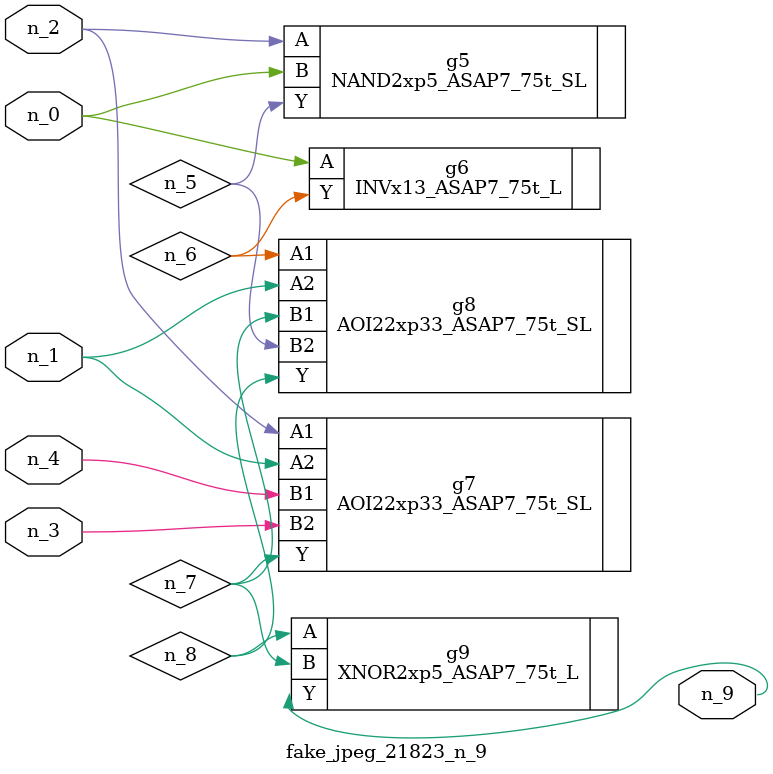
<source format=v>
module fake_jpeg_21823_n_9 (n_3, n_2, n_1, n_0, n_4, n_9);

input n_3;
input n_2;
input n_1;
input n_0;
input n_4;

output n_9;

wire n_8;
wire n_6;
wire n_5;
wire n_7;

NAND2xp5_ASAP7_75t_SL g5 ( 
.A(n_2),
.B(n_0),
.Y(n_5)
);

INVx13_ASAP7_75t_L g6 ( 
.A(n_0),
.Y(n_6)
);

AOI22xp33_ASAP7_75t_SL g7 ( 
.A1(n_2),
.A2(n_1),
.B1(n_4),
.B2(n_3),
.Y(n_7)
);

AOI22xp33_ASAP7_75t_SL g8 ( 
.A1(n_6),
.A2(n_1),
.B1(n_7),
.B2(n_5),
.Y(n_8)
);

XNOR2xp5_ASAP7_75t_L g9 ( 
.A(n_8),
.B(n_7),
.Y(n_9)
);


endmodule
</source>
